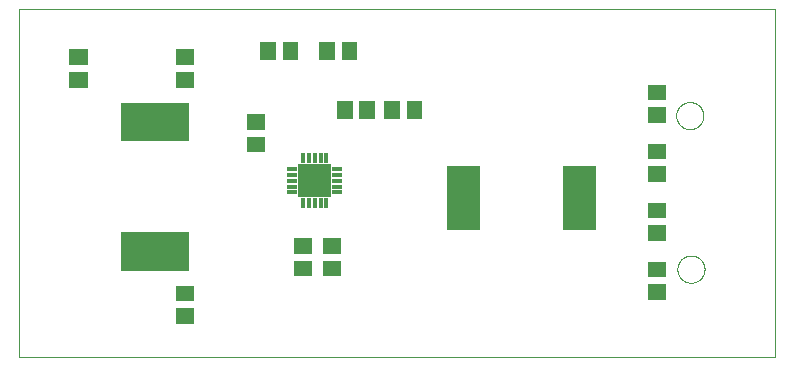
<source format=gbp>
G75*
%MOIN*%
%OFA0B0*%
%FSLAX25Y25*%
%IPPOS*%
%LPD*%
%AMOC8*
5,1,8,0,0,1.08239X$1,22.5*
%
%ADD10C,0.00000*%
%ADD11C,0.00205*%
%ADD12C,0.00252*%
%ADD13C,0.00204*%
%ADD14C,0.00216*%
%ADD15C,0.00220*%
D10*
X0001500Y0059133D02*
X0001500Y0175274D01*
X0253469Y0175274D01*
X0253469Y0059133D01*
X0001500Y0059133D01*
X0220988Y0088503D02*
X0220990Y0088637D01*
X0220996Y0088771D01*
X0221006Y0088905D01*
X0221020Y0089039D01*
X0221038Y0089172D01*
X0221059Y0089304D01*
X0221085Y0089436D01*
X0221115Y0089567D01*
X0221148Y0089697D01*
X0221185Y0089825D01*
X0221227Y0089953D01*
X0221271Y0090080D01*
X0221320Y0090205D01*
X0221372Y0090328D01*
X0221428Y0090450D01*
X0221488Y0090571D01*
X0221551Y0090689D01*
X0221617Y0090806D01*
X0221687Y0090920D01*
X0221760Y0091033D01*
X0221837Y0091143D01*
X0221917Y0091251D01*
X0222000Y0091356D01*
X0222086Y0091459D01*
X0222175Y0091559D01*
X0222267Y0091657D01*
X0222362Y0091752D01*
X0222460Y0091844D01*
X0222560Y0091933D01*
X0222663Y0092019D01*
X0222768Y0092102D01*
X0222876Y0092182D01*
X0222986Y0092259D01*
X0223099Y0092332D01*
X0223213Y0092402D01*
X0223330Y0092468D01*
X0223448Y0092531D01*
X0223569Y0092591D01*
X0223691Y0092647D01*
X0223814Y0092699D01*
X0223939Y0092748D01*
X0224066Y0092792D01*
X0224194Y0092834D01*
X0224322Y0092871D01*
X0224452Y0092904D01*
X0224583Y0092934D01*
X0224715Y0092960D01*
X0224847Y0092981D01*
X0224980Y0092999D01*
X0225114Y0093013D01*
X0225248Y0093023D01*
X0225382Y0093029D01*
X0225516Y0093031D01*
X0225650Y0093029D01*
X0225784Y0093023D01*
X0225918Y0093013D01*
X0226052Y0092999D01*
X0226185Y0092981D01*
X0226317Y0092960D01*
X0226449Y0092934D01*
X0226580Y0092904D01*
X0226710Y0092871D01*
X0226838Y0092834D01*
X0226966Y0092792D01*
X0227093Y0092748D01*
X0227218Y0092699D01*
X0227341Y0092647D01*
X0227463Y0092591D01*
X0227584Y0092531D01*
X0227702Y0092468D01*
X0227819Y0092402D01*
X0227933Y0092332D01*
X0228046Y0092259D01*
X0228156Y0092182D01*
X0228264Y0092102D01*
X0228369Y0092019D01*
X0228472Y0091933D01*
X0228572Y0091844D01*
X0228670Y0091752D01*
X0228765Y0091657D01*
X0228857Y0091559D01*
X0228946Y0091459D01*
X0229032Y0091356D01*
X0229115Y0091251D01*
X0229195Y0091143D01*
X0229272Y0091033D01*
X0229345Y0090920D01*
X0229415Y0090806D01*
X0229481Y0090689D01*
X0229544Y0090571D01*
X0229604Y0090450D01*
X0229660Y0090328D01*
X0229712Y0090205D01*
X0229761Y0090080D01*
X0229805Y0089953D01*
X0229847Y0089825D01*
X0229884Y0089697D01*
X0229917Y0089567D01*
X0229947Y0089436D01*
X0229973Y0089304D01*
X0229994Y0089172D01*
X0230012Y0089039D01*
X0230026Y0088905D01*
X0230036Y0088771D01*
X0230042Y0088637D01*
X0230044Y0088503D01*
X0230042Y0088369D01*
X0230036Y0088235D01*
X0230026Y0088101D01*
X0230012Y0087967D01*
X0229994Y0087834D01*
X0229973Y0087702D01*
X0229947Y0087570D01*
X0229917Y0087439D01*
X0229884Y0087309D01*
X0229847Y0087181D01*
X0229805Y0087053D01*
X0229761Y0086926D01*
X0229712Y0086801D01*
X0229660Y0086678D01*
X0229604Y0086556D01*
X0229544Y0086435D01*
X0229481Y0086317D01*
X0229415Y0086200D01*
X0229345Y0086086D01*
X0229272Y0085973D01*
X0229195Y0085863D01*
X0229115Y0085755D01*
X0229032Y0085650D01*
X0228946Y0085547D01*
X0228857Y0085447D01*
X0228765Y0085349D01*
X0228670Y0085254D01*
X0228572Y0085162D01*
X0228472Y0085073D01*
X0228369Y0084987D01*
X0228264Y0084904D01*
X0228156Y0084824D01*
X0228046Y0084747D01*
X0227933Y0084674D01*
X0227819Y0084604D01*
X0227702Y0084538D01*
X0227584Y0084475D01*
X0227463Y0084415D01*
X0227341Y0084359D01*
X0227218Y0084307D01*
X0227093Y0084258D01*
X0226966Y0084214D01*
X0226838Y0084172D01*
X0226710Y0084135D01*
X0226580Y0084102D01*
X0226449Y0084072D01*
X0226317Y0084046D01*
X0226185Y0084025D01*
X0226052Y0084007D01*
X0225918Y0083993D01*
X0225784Y0083983D01*
X0225650Y0083977D01*
X0225516Y0083975D01*
X0225382Y0083977D01*
X0225248Y0083983D01*
X0225114Y0083993D01*
X0224980Y0084007D01*
X0224847Y0084025D01*
X0224715Y0084046D01*
X0224583Y0084072D01*
X0224452Y0084102D01*
X0224322Y0084135D01*
X0224194Y0084172D01*
X0224066Y0084214D01*
X0223939Y0084258D01*
X0223814Y0084307D01*
X0223691Y0084359D01*
X0223569Y0084415D01*
X0223448Y0084475D01*
X0223330Y0084538D01*
X0223213Y0084604D01*
X0223099Y0084674D01*
X0222986Y0084747D01*
X0222876Y0084824D01*
X0222768Y0084904D01*
X0222663Y0084987D01*
X0222560Y0085073D01*
X0222460Y0085162D01*
X0222362Y0085254D01*
X0222267Y0085349D01*
X0222175Y0085447D01*
X0222086Y0085547D01*
X0222000Y0085650D01*
X0221917Y0085755D01*
X0221837Y0085863D01*
X0221760Y0085973D01*
X0221687Y0086086D01*
X0221617Y0086200D01*
X0221551Y0086317D01*
X0221488Y0086435D01*
X0221428Y0086556D01*
X0221372Y0086678D01*
X0221320Y0086801D01*
X0221271Y0086926D01*
X0221227Y0087053D01*
X0221185Y0087181D01*
X0221148Y0087309D01*
X0221115Y0087439D01*
X0221085Y0087570D01*
X0221059Y0087702D01*
X0221038Y0087834D01*
X0221020Y0087967D01*
X0221006Y0088101D01*
X0220996Y0088235D01*
X0220990Y0088369D01*
X0220988Y0088503D01*
X0220594Y0139684D02*
X0220596Y0139818D01*
X0220602Y0139952D01*
X0220612Y0140086D01*
X0220626Y0140220D01*
X0220644Y0140353D01*
X0220665Y0140485D01*
X0220691Y0140617D01*
X0220721Y0140748D01*
X0220754Y0140878D01*
X0220791Y0141006D01*
X0220833Y0141134D01*
X0220877Y0141261D01*
X0220926Y0141386D01*
X0220978Y0141509D01*
X0221034Y0141631D01*
X0221094Y0141752D01*
X0221157Y0141870D01*
X0221223Y0141987D01*
X0221293Y0142101D01*
X0221366Y0142214D01*
X0221443Y0142324D01*
X0221523Y0142432D01*
X0221606Y0142537D01*
X0221692Y0142640D01*
X0221781Y0142740D01*
X0221873Y0142838D01*
X0221968Y0142933D01*
X0222066Y0143025D01*
X0222166Y0143114D01*
X0222269Y0143200D01*
X0222374Y0143283D01*
X0222482Y0143363D01*
X0222592Y0143440D01*
X0222705Y0143513D01*
X0222819Y0143583D01*
X0222936Y0143649D01*
X0223054Y0143712D01*
X0223175Y0143772D01*
X0223297Y0143828D01*
X0223420Y0143880D01*
X0223545Y0143929D01*
X0223672Y0143973D01*
X0223800Y0144015D01*
X0223928Y0144052D01*
X0224058Y0144085D01*
X0224189Y0144115D01*
X0224321Y0144141D01*
X0224453Y0144162D01*
X0224586Y0144180D01*
X0224720Y0144194D01*
X0224854Y0144204D01*
X0224988Y0144210D01*
X0225122Y0144212D01*
X0225256Y0144210D01*
X0225390Y0144204D01*
X0225524Y0144194D01*
X0225658Y0144180D01*
X0225791Y0144162D01*
X0225923Y0144141D01*
X0226055Y0144115D01*
X0226186Y0144085D01*
X0226316Y0144052D01*
X0226444Y0144015D01*
X0226572Y0143973D01*
X0226699Y0143929D01*
X0226824Y0143880D01*
X0226947Y0143828D01*
X0227069Y0143772D01*
X0227190Y0143712D01*
X0227308Y0143649D01*
X0227425Y0143583D01*
X0227539Y0143513D01*
X0227652Y0143440D01*
X0227762Y0143363D01*
X0227870Y0143283D01*
X0227975Y0143200D01*
X0228078Y0143114D01*
X0228178Y0143025D01*
X0228276Y0142933D01*
X0228371Y0142838D01*
X0228463Y0142740D01*
X0228552Y0142640D01*
X0228638Y0142537D01*
X0228721Y0142432D01*
X0228801Y0142324D01*
X0228878Y0142214D01*
X0228951Y0142101D01*
X0229021Y0141987D01*
X0229087Y0141870D01*
X0229150Y0141752D01*
X0229210Y0141631D01*
X0229266Y0141509D01*
X0229318Y0141386D01*
X0229367Y0141261D01*
X0229411Y0141134D01*
X0229453Y0141006D01*
X0229490Y0140878D01*
X0229523Y0140748D01*
X0229553Y0140617D01*
X0229579Y0140485D01*
X0229600Y0140353D01*
X0229618Y0140220D01*
X0229632Y0140086D01*
X0229642Y0139952D01*
X0229648Y0139818D01*
X0229650Y0139684D01*
X0229648Y0139550D01*
X0229642Y0139416D01*
X0229632Y0139282D01*
X0229618Y0139148D01*
X0229600Y0139015D01*
X0229579Y0138883D01*
X0229553Y0138751D01*
X0229523Y0138620D01*
X0229490Y0138490D01*
X0229453Y0138362D01*
X0229411Y0138234D01*
X0229367Y0138107D01*
X0229318Y0137982D01*
X0229266Y0137859D01*
X0229210Y0137737D01*
X0229150Y0137616D01*
X0229087Y0137498D01*
X0229021Y0137381D01*
X0228951Y0137267D01*
X0228878Y0137154D01*
X0228801Y0137044D01*
X0228721Y0136936D01*
X0228638Y0136831D01*
X0228552Y0136728D01*
X0228463Y0136628D01*
X0228371Y0136530D01*
X0228276Y0136435D01*
X0228178Y0136343D01*
X0228078Y0136254D01*
X0227975Y0136168D01*
X0227870Y0136085D01*
X0227762Y0136005D01*
X0227652Y0135928D01*
X0227539Y0135855D01*
X0227425Y0135785D01*
X0227308Y0135719D01*
X0227190Y0135656D01*
X0227069Y0135596D01*
X0226947Y0135540D01*
X0226824Y0135488D01*
X0226699Y0135439D01*
X0226572Y0135395D01*
X0226444Y0135353D01*
X0226316Y0135316D01*
X0226186Y0135283D01*
X0226055Y0135253D01*
X0225923Y0135227D01*
X0225791Y0135206D01*
X0225658Y0135188D01*
X0225524Y0135174D01*
X0225390Y0135164D01*
X0225256Y0135158D01*
X0225122Y0135156D01*
X0224988Y0135158D01*
X0224854Y0135164D01*
X0224720Y0135174D01*
X0224586Y0135188D01*
X0224453Y0135206D01*
X0224321Y0135227D01*
X0224189Y0135253D01*
X0224058Y0135283D01*
X0223928Y0135316D01*
X0223800Y0135353D01*
X0223672Y0135395D01*
X0223545Y0135439D01*
X0223420Y0135488D01*
X0223297Y0135540D01*
X0223175Y0135596D01*
X0223054Y0135656D01*
X0222936Y0135719D01*
X0222819Y0135785D01*
X0222705Y0135855D01*
X0222592Y0135928D01*
X0222482Y0136005D01*
X0222374Y0136085D01*
X0222269Y0136168D01*
X0222166Y0136254D01*
X0222066Y0136343D01*
X0221968Y0136435D01*
X0221873Y0136530D01*
X0221781Y0136628D01*
X0221692Y0136728D01*
X0221606Y0136831D01*
X0221523Y0136936D01*
X0221443Y0137044D01*
X0221366Y0137154D01*
X0221293Y0137267D01*
X0221223Y0137381D01*
X0221157Y0137498D01*
X0221094Y0137616D01*
X0221034Y0137737D01*
X0220978Y0137859D01*
X0220926Y0137982D01*
X0220877Y0138107D01*
X0220833Y0138234D01*
X0220791Y0138362D01*
X0220754Y0138490D01*
X0220721Y0138620D01*
X0220691Y0138751D01*
X0220665Y0138883D01*
X0220644Y0139015D01*
X0220626Y0139148D01*
X0220612Y0139282D01*
X0220602Y0139416D01*
X0220596Y0139550D01*
X0220594Y0139684D01*
D11*
X0211287Y0137660D02*
X0211287Y0142574D01*
X0216989Y0142574D01*
X0216989Y0137660D01*
X0211287Y0137660D01*
X0211287Y0137864D02*
X0216989Y0137864D01*
X0216989Y0138068D02*
X0211287Y0138068D01*
X0211287Y0138272D02*
X0216989Y0138272D01*
X0216989Y0138476D02*
X0211287Y0138476D01*
X0211287Y0138680D02*
X0216989Y0138680D01*
X0216989Y0138884D02*
X0211287Y0138884D01*
X0211287Y0139088D02*
X0216989Y0139088D01*
X0216989Y0139292D02*
X0211287Y0139292D01*
X0211287Y0139496D02*
X0216989Y0139496D01*
X0216989Y0139700D02*
X0211287Y0139700D01*
X0211287Y0139904D02*
X0216989Y0139904D01*
X0216989Y0140108D02*
X0211287Y0140108D01*
X0211287Y0140312D02*
X0216989Y0140312D01*
X0216989Y0140516D02*
X0211287Y0140516D01*
X0211287Y0140720D02*
X0216989Y0140720D01*
X0216989Y0140924D02*
X0211287Y0140924D01*
X0211287Y0141128D02*
X0216989Y0141128D01*
X0216989Y0141332D02*
X0211287Y0141332D01*
X0211287Y0141536D02*
X0216989Y0141536D01*
X0216989Y0141740D02*
X0211287Y0141740D01*
X0211287Y0141944D02*
X0216989Y0141944D01*
X0216989Y0142148D02*
X0211287Y0142148D01*
X0211287Y0142352D02*
X0216989Y0142352D01*
X0216989Y0142556D02*
X0211287Y0142556D01*
X0211287Y0145140D02*
X0211287Y0150054D01*
X0216989Y0150054D01*
X0216989Y0145140D01*
X0211287Y0145140D01*
X0211287Y0145344D02*
X0216989Y0145344D01*
X0216989Y0145548D02*
X0211287Y0145548D01*
X0211287Y0145752D02*
X0216989Y0145752D01*
X0216989Y0145956D02*
X0211287Y0145956D01*
X0211287Y0146160D02*
X0216989Y0146160D01*
X0216989Y0146364D02*
X0211287Y0146364D01*
X0211287Y0146568D02*
X0216989Y0146568D01*
X0216989Y0146772D02*
X0211287Y0146772D01*
X0211287Y0146976D02*
X0216989Y0146976D01*
X0216989Y0147180D02*
X0211287Y0147180D01*
X0211287Y0147384D02*
X0216989Y0147384D01*
X0216989Y0147588D02*
X0211287Y0147588D01*
X0211287Y0147792D02*
X0216989Y0147792D01*
X0216989Y0147996D02*
X0211287Y0147996D01*
X0211287Y0148200D02*
X0216989Y0148200D01*
X0216989Y0148404D02*
X0211287Y0148404D01*
X0211287Y0148608D02*
X0216989Y0148608D01*
X0216989Y0148812D02*
X0211287Y0148812D01*
X0211287Y0149016D02*
X0216989Y0149016D01*
X0216989Y0149220D02*
X0211287Y0149220D01*
X0211287Y0149424D02*
X0216989Y0149424D01*
X0216989Y0149628D02*
X0211287Y0149628D01*
X0211287Y0149832D02*
X0216989Y0149832D01*
X0216989Y0150036D02*
X0211287Y0150036D01*
X0211287Y0130369D02*
X0211287Y0125455D01*
X0211287Y0130369D02*
X0216989Y0130369D01*
X0216989Y0125455D01*
X0211287Y0125455D01*
X0211287Y0125659D02*
X0216989Y0125659D01*
X0216989Y0125863D02*
X0211287Y0125863D01*
X0211287Y0126067D02*
X0216989Y0126067D01*
X0216989Y0126271D02*
X0211287Y0126271D01*
X0211287Y0126475D02*
X0216989Y0126475D01*
X0216989Y0126679D02*
X0211287Y0126679D01*
X0211287Y0126883D02*
X0216989Y0126883D01*
X0216989Y0127087D02*
X0211287Y0127087D01*
X0211287Y0127291D02*
X0216989Y0127291D01*
X0216989Y0127495D02*
X0211287Y0127495D01*
X0211287Y0127699D02*
X0216989Y0127699D01*
X0216989Y0127903D02*
X0211287Y0127903D01*
X0211287Y0128107D02*
X0216989Y0128107D01*
X0216989Y0128311D02*
X0211287Y0128311D01*
X0211287Y0128515D02*
X0216989Y0128515D01*
X0216989Y0128719D02*
X0211287Y0128719D01*
X0211287Y0128923D02*
X0216989Y0128923D01*
X0216989Y0129127D02*
X0211287Y0129127D01*
X0211287Y0129331D02*
X0216989Y0129331D01*
X0216989Y0129535D02*
X0211287Y0129535D01*
X0211287Y0129739D02*
X0216989Y0129739D01*
X0216989Y0129943D02*
X0211287Y0129943D01*
X0211287Y0130147D02*
X0216989Y0130147D01*
X0216989Y0130351D02*
X0211287Y0130351D01*
X0211287Y0122889D02*
X0211287Y0117975D01*
X0211287Y0122889D02*
X0216989Y0122889D01*
X0216989Y0117975D01*
X0211287Y0117975D01*
X0211287Y0118179D02*
X0216989Y0118179D01*
X0216989Y0118383D02*
X0211287Y0118383D01*
X0211287Y0118587D02*
X0216989Y0118587D01*
X0216989Y0118791D02*
X0211287Y0118791D01*
X0211287Y0118995D02*
X0216989Y0118995D01*
X0216989Y0119199D02*
X0211287Y0119199D01*
X0211287Y0119403D02*
X0216989Y0119403D01*
X0216989Y0119607D02*
X0211287Y0119607D01*
X0211287Y0119811D02*
X0216989Y0119811D01*
X0216989Y0120015D02*
X0211287Y0120015D01*
X0211287Y0120219D02*
X0216989Y0120219D01*
X0216989Y0120423D02*
X0211287Y0120423D01*
X0211287Y0120627D02*
X0216989Y0120627D01*
X0216989Y0120831D02*
X0211287Y0120831D01*
X0211287Y0121035D02*
X0216989Y0121035D01*
X0216989Y0121239D02*
X0211287Y0121239D01*
X0211287Y0121443D02*
X0216989Y0121443D01*
X0216989Y0121647D02*
X0211287Y0121647D01*
X0211287Y0121851D02*
X0216989Y0121851D01*
X0216989Y0122055D02*
X0211287Y0122055D01*
X0211287Y0122259D02*
X0216989Y0122259D01*
X0216989Y0122463D02*
X0211287Y0122463D01*
X0211287Y0122667D02*
X0216989Y0122667D01*
X0216989Y0122871D02*
X0211287Y0122871D01*
X0216989Y0110684D02*
X0216989Y0105770D01*
X0211287Y0105770D01*
X0211287Y0110684D01*
X0216989Y0110684D01*
X0216989Y0105974D02*
X0211287Y0105974D01*
X0211287Y0106178D02*
X0216989Y0106178D01*
X0216989Y0106382D02*
X0211287Y0106382D01*
X0211287Y0106586D02*
X0216989Y0106586D01*
X0216989Y0106790D02*
X0211287Y0106790D01*
X0211287Y0106994D02*
X0216989Y0106994D01*
X0216989Y0107198D02*
X0211287Y0107198D01*
X0211287Y0107402D02*
X0216989Y0107402D01*
X0216989Y0107606D02*
X0211287Y0107606D01*
X0211287Y0107810D02*
X0216989Y0107810D01*
X0216989Y0108014D02*
X0211287Y0108014D01*
X0211287Y0108218D02*
X0216989Y0108218D01*
X0216989Y0108422D02*
X0211287Y0108422D01*
X0211287Y0108626D02*
X0216989Y0108626D01*
X0216989Y0108830D02*
X0211287Y0108830D01*
X0211287Y0109034D02*
X0216989Y0109034D01*
X0216989Y0109238D02*
X0211287Y0109238D01*
X0211287Y0109442D02*
X0216989Y0109442D01*
X0216989Y0109646D02*
X0211287Y0109646D01*
X0211287Y0109850D02*
X0216989Y0109850D01*
X0216989Y0110054D02*
X0211287Y0110054D01*
X0211287Y0110258D02*
X0216989Y0110258D01*
X0216989Y0110462D02*
X0211287Y0110462D01*
X0211287Y0110666D02*
X0216989Y0110666D01*
X0216989Y0103204D02*
X0216989Y0098290D01*
X0211287Y0098290D01*
X0211287Y0103204D01*
X0216989Y0103204D01*
X0216989Y0098494D02*
X0211287Y0098494D01*
X0211287Y0098698D02*
X0216989Y0098698D01*
X0216989Y0098902D02*
X0211287Y0098902D01*
X0211287Y0099106D02*
X0216989Y0099106D01*
X0216989Y0099310D02*
X0211287Y0099310D01*
X0211287Y0099514D02*
X0216989Y0099514D01*
X0216989Y0099718D02*
X0211287Y0099718D01*
X0211287Y0099922D02*
X0216989Y0099922D01*
X0216989Y0100126D02*
X0211287Y0100126D01*
X0211287Y0100330D02*
X0216989Y0100330D01*
X0216989Y0100534D02*
X0211287Y0100534D01*
X0211287Y0100738D02*
X0216989Y0100738D01*
X0216989Y0100942D02*
X0211287Y0100942D01*
X0211287Y0101146D02*
X0216989Y0101146D01*
X0216989Y0101350D02*
X0211287Y0101350D01*
X0211287Y0101554D02*
X0216989Y0101554D01*
X0216989Y0101758D02*
X0211287Y0101758D01*
X0211287Y0101962D02*
X0216989Y0101962D01*
X0216989Y0102166D02*
X0211287Y0102166D01*
X0211287Y0102370D02*
X0216989Y0102370D01*
X0216989Y0102574D02*
X0211287Y0102574D01*
X0211287Y0102778D02*
X0216989Y0102778D01*
X0216989Y0102982D02*
X0211287Y0102982D01*
X0211287Y0103186D02*
X0216989Y0103186D01*
X0216989Y0090999D02*
X0216989Y0086085D01*
X0211287Y0086085D01*
X0211287Y0090999D01*
X0216989Y0090999D01*
X0216989Y0086289D02*
X0211287Y0086289D01*
X0211287Y0086493D02*
X0216989Y0086493D01*
X0216989Y0086697D02*
X0211287Y0086697D01*
X0211287Y0086901D02*
X0216989Y0086901D01*
X0216989Y0087105D02*
X0211287Y0087105D01*
X0211287Y0087309D02*
X0216989Y0087309D01*
X0216989Y0087513D02*
X0211287Y0087513D01*
X0211287Y0087717D02*
X0216989Y0087717D01*
X0216989Y0087921D02*
X0211287Y0087921D01*
X0211287Y0088125D02*
X0216989Y0088125D01*
X0216989Y0088329D02*
X0211287Y0088329D01*
X0211287Y0088533D02*
X0216989Y0088533D01*
X0216989Y0088737D02*
X0211287Y0088737D01*
X0211287Y0088941D02*
X0216989Y0088941D01*
X0216989Y0089145D02*
X0211287Y0089145D01*
X0211287Y0089349D02*
X0216989Y0089349D01*
X0216989Y0089553D02*
X0211287Y0089553D01*
X0211287Y0089757D02*
X0216989Y0089757D01*
X0216989Y0089961D02*
X0211287Y0089961D01*
X0211287Y0090165D02*
X0216989Y0090165D01*
X0216989Y0090369D02*
X0211287Y0090369D01*
X0211287Y0090573D02*
X0216989Y0090573D01*
X0216989Y0090777D02*
X0211287Y0090777D01*
X0211287Y0090981D02*
X0216989Y0090981D01*
X0216989Y0083519D02*
X0216989Y0078605D01*
X0211287Y0078605D01*
X0211287Y0083519D01*
X0216989Y0083519D01*
X0216989Y0078809D02*
X0211287Y0078809D01*
X0211287Y0079013D02*
X0216989Y0079013D01*
X0216989Y0079217D02*
X0211287Y0079217D01*
X0211287Y0079421D02*
X0216989Y0079421D01*
X0216989Y0079625D02*
X0211287Y0079625D01*
X0211287Y0079829D02*
X0216989Y0079829D01*
X0216989Y0080033D02*
X0211287Y0080033D01*
X0211287Y0080237D02*
X0216989Y0080237D01*
X0216989Y0080441D02*
X0211287Y0080441D01*
X0211287Y0080645D02*
X0216989Y0080645D01*
X0216989Y0080849D02*
X0211287Y0080849D01*
X0211287Y0081053D02*
X0216989Y0081053D01*
X0216989Y0081257D02*
X0211287Y0081257D01*
X0211287Y0081461D02*
X0216989Y0081461D01*
X0216989Y0081665D02*
X0211287Y0081665D01*
X0211287Y0081869D02*
X0216989Y0081869D01*
X0216989Y0082073D02*
X0211287Y0082073D01*
X0211287Y0082277D02*
X0216989Y0082277D01*
X0216989Y0082481D02*
X0211287Y0082481D01*
X0211287Y0082685D02*
X0216989Y0082685D01*
X0216989Y0082889D02*
X0211287Y0082889D01*
X0211287Y0083093D02*
X0216989Y0083093D01*
X0216989Y0083297D02*
X0211287Y0083297D01*
X0211287Y0083501D02*
X0216989Y0083501D01*
X0135650Y0138959D02*
X0130736Y0138959D01*
X0130736Y0144661D01*
X0135650Y0144661D01*
X0135650Y0138959D01*
X0135650Y0139163D02*
X0130736Y0139163D01*
X0130736Y0139367D02*
X0135650Y0139367D01*
X0135650Y0139571D02*
X0130736Y0139571D01*
X0130736Y0139775D02*
X0135650Y0139775D01*
X0135650Y0139979D02*
X0130736Y0139979D01*
X0130736Y0140183D02*
X0135650Y0140183D01*
X0135650Y0140387D02*
X0130736Y0140387D01*
X0130736Y0140591D02*
X0135650Y0140591D01*
X0135650Y0140795D02*
X0130736Y0140795D01*
X0130736Y0140999D02*
X0135650Y0140999D01*
X0135650Y0141203D02*
X0130736Y0141203D01*
X0130736Y0141407D02*
X0135650Y0141407D01*
X0135650Y0141611D02*
X0130736Y0141611D01*
X0130736Y0141815D02*
X0135650Y0141815D01*
X0135650Y0142019D02*
X0130736Y0142019D01*
X0130736Y0142223D02*
X0135650Y0142223D01*
X0135650Y0142427D02*
X0130736Y0142427D01*
X0130736Y0142631D02*
X0135650Y0142631D01*
X0135650Y0142835D02*
X0130736Y0142835D01*
X0130736Y0143039D02*
X0135650Y0143039D01*
X0135650Y0143243D02*
X0130736Y0143243D01*
X0130736Y0143447D02*
X0135650Y0143447D01*
X0135650Y0143651D02*
X0130736Y0143651D01*
X0130736Y0143855D02*
X0135650Y0143855D01*
X0135650Y0144059D02*
X0130736Y0144059D01*
X0130736Y0144263D02*
X0135650Y0144263D01*
X0135650Y0144467D02*
X0130736Y0144467D01*
X0128170Y0138959D02*
X0123256Y0138959D01*
X0123256Y0144661D01*
X0128170Y0144661D01*
X0128170Y0138959D01*
X0128170Y0139163D02*
X0123256Y0139163D01*
X0123256Y0139367D02*
X0128170Y0139367D01*
X0128170Y0139571D02*
X0123256Y0139571D01*
X0123256Y0139775D02*
X0128170Y0139775D01*
X0128170Y0139979D02*
X0123256Y0139979D01*
X0123256Y0140183D02*
X0128170Y0140183D01*
X0128170Y0140387D02*
X0123256Y0140387D01*
X0123256Y0140591D02*
X0128170Y0140591D01*
X0128170Y0140795D02*
X0123256Y0140795D01*
X0123256Y0140999D02*
X0128170Y0140999D01*
X0128170Y0141203D02*
X0123256Y0141203D01*
X0123256Y0141407D02*
X0128170Y0141407D01*
X0128170Y0141611D02*
X0123256Y0141611D01*
X0123256Y0141815D02*
X0128170Y0141815D01*
X0128170Y0142019D02*
X0123256Y0142019D01*
X0123256Y0142223D02*
X0128170Y0142223D01*
X0128170Y0142427D02*
X0123256Y0142427D01*
X0123256Y0142631D02*
X0128170Y0142631D01*
X0128170Y0142835D02*
X0123256Y0142835D01*
X0123256Y0143039D02*
X0128170Y0143039D01*
X0128170Y0143243D02*
X0123256Y0143243D01*
X0123256Y0143447D02*
X0128170Y0143447D01*
X0128170Y0143651D02*
X0123256Y0143651D01*
X0123256Y0143855D02*
X0128170Y0143855D01*
X0128170Y0144059D02*
X0123256Y0144059D01*
X0123256Y0144263D02*
X0128170Y0144263D01*
X0128170Y0144467D02*
X0123256Y0144467D01*
X0119902Y0138959D02*
X0114988Y0138959D01*
X0114988Y0144661D01*
X0119902Y0144661D01*
X0119902Y0138959D01*
X0119902Y0139163D02*
X0114988Y0139163D01*
X0114988Y0139367D02*
X0119902Y0139367D01*
X0119902Y0139571D02*
X0114988Y0139571D01*
X0114988Y0139775D02*
X0119902Y0139775D01*
X0119902Y0139979D02*
X0114988Y0139979D01*
X0114988Y0140183D02*
X0119902Y0140183D01*
X0119902Y0140387D02*
X0114988Y0140387D01*
X0114988Y0140591D02*
X0119902Y0140591D01*
X0119902Y0140795D02*
X0114988Y0140795D01*
X0114988Y0140999D02*
X0119902Y0140999D01*
X0119902Y0141203D02*
X0114988Y0141203D01*
X0114988Y0141407D02*
X0119902Y0141407D01*
X0119902Y0141611D02*
X0114988Y0141611D01*
X0114988Y0141815D02*
X0119902Y0141815D01*
X0119902Y0142019D02*
X0114988Y0142019D01*
X0114988Y0142223D02*
X0119902Y0142223D01*
X0119902Y0142427D02*
X0114988Y0142427D01*
X0114988Y0142631D02*
X0119902Y0142631D01*
X0119902Y0142835D02*
X0114988Y0142835D01*
X0114988Y0143039D02*
X0119902Y0143039D01*
X0119902Y0143243D02*
X0114988Y0143243D01*
X0114988Y0143447D02*
X0119902Y0143447D01*
X0119902Y0143651D02*
X0114988Y0143651D01*
X0114988Y0143855D02*
X0119902Y0143855D01*
X0119902Y0144059D02*
X0114988Y0144059D01*
X0114988Y0144263D02*
X0119902Y0144263D01*
X0119902Y0144467D02*
X0114988Y0144467D01*
X0112422Y0138959D02*
X0107508Y0138959D01*
X0107508Y0144661D01*
X0112422Y0144661D01*
X0112422Y0138959D01*
X0112422Y0139163D02*
X0107508Y0139163D01*
X0107508Y0139367D02*
X0112422Y0139367D01*
X0112422Y0139571D02*
X0107508Y0139571D01*
X0107508Y0139775D02*
X0112422Y0139775D01*
X0112422Y0139979D02*
X0107508Y0139979D01*
X0107508Y0140183D02*
X0112422Y0140183D01*
X0112422Y0140387D02*
X0107508Y0140387D01*
X0107508Y0140591D02*
X0112422Y0140591D01*
X0112422Y0140795D02*
X0107508Y0140795D01*
X0107508Y0140999D02*
X0112422Y0140999D01*
X0112422Y0141203D02*
X0107508Y0141203D01*
X0107508Y0141407D02*
X0112422Y0141407D01*
X0112422Y0141611D02*
X0107508Y0141611D01*
X0107508Y0141815D02*
X0112422Y0141815D01*
X0112422Y0142019D02*
X0107508Y0142019D01*
X0107508Y0142223D02*
X0112422Y0142223D01*
X0112422Y0142427D02*
X0107508Y0142427D01*
X0107508Y0142631D02*
X0112422Y0142631D01*
X0112422Y0142835D02*
X0107508Y0142835D01*
X0107508Y0143039D02*
X0112422Y0143039D01*
X0112422Y0143243D02*
X0107508Y0143243D01*
X0107508Y0143447D02*
X0112422Y0143447D01*
X0112422Y0143651D02*
X0107508Y0143651D01*
X0107508Y0143855D02*
X0112422Y0143855D01*
X0112422Y0144059D02*
X0107508Y0144059D01*
X0107508Y0144263D02*
X0112422Y0144263D01*
X0112422Y0144467D02*
X0107508Y0144467D01*
X0106516Y0158644D02*
X0101602Y0158644D01*
X0101602Y0164346D01*
X0106516Y0164346D01*
X0106516Y0158644D01*
X0106516Y0158848D02*
X0101602Y0158848D01*
X0101602Y0159052D02*
X0106516Y0159052D01*
X0106516Y0159256D02*
X0101602Y0159256D01*
X0101602Y0159460D02*
X0106516Y0159460D01*
X0106516Y0159664D02*
X0101602Y0159664D01*
X0101602Y0159868D02*
X0106516Y0159868D01*
X0106516Y0160072D02*
X0101602Y0160072D01*
X0101602Y0160276D02*
X0106516Y0160276D01*
X0106516Y0160480D02*
X0101602Y0160480D01*
X0101602Y0160684D02*
X0106516Y0160684D01*
X0106516Y0160888D02*
X0101602Y0160888D01*
X0101602Y0161092D02*
X0106516Y0161092D01*
X0106516Y0161296D02*
X0101602Y0161296D01*
X0101602Y0161500D02*
X0106516Y0161500D01*
X0106516Y0161704D02*
X0101602Y0161704D01*
X0101602Y0161908D02*
X0106516Y0161908D01*
X0106516Y0162112D02*
X0101602Y0162112D01*
X0101602Y0162316D02*
X0106516Y0162316D01*
X0106516Y0162520D02*
X0101602Y0162520D01*
X0101602Y0162724D02*
X0106516Y0162724D01*
X0106516Y0162928D02*
X0101602Y0162928D01*
X0101602Y0163132D02*
X0106516Y0163132D01*
X0106516Y0163336D02*
X0101602Y0163336D01*
X0101602Y0163540D02*
X0106516Y0163540D01*
X0106516Y0163744D02*
X0101602Y0163744D01*
X0101602Y0163948D02*
X0106516Y0163948D01*
X0106516Y0164152D02*
X0101602Y0164152D01*
X0094311Y0158644D02*
X0089397Y0158644D01*
X0089397Y0164346D01*
X0094311Y0164346D01*
X0094311Y0158644D01*
X0094311Y0158848D02*
X0089397Y0158848D01*
X0089397Y0159052D02*
X0094311Y0159052D01*
X0094311Y0159256D02*
X0089397Y0159256D01*
X0089397Y0159460D02*
X0094311Y0159460D01*
X0094311Y0159664D02*
X0089397Y0159664D01*
X0089397Y0159868D02*
X0094311Y0159868D01*
X0094311Y0160072D02*
X0089397Y0160072D01*
X0089397Y0160276D02*
X0094311Y0160276D01*
X0094311Y0160480D02*
X0089397Y0160480D01*
X0089397Y0160684D02*
X0094311Y0160684D01*
X0094311Y0160888D02*
X0089397Y0160888D01*
X0089397Y0161092D02*
X0094311Y0161092D01*
X0094311Y0161296D02*
X0089397Y0161296D01*
X0089397Y0161500D02*
X0094311Y0161500D01*
X0094311Y0161704D02*
X0089397Y0161704D01*
X0089397Y0161908D02*
X0094311Y0161908D01*
X0094311Y0162112D02*
X0089397Y0162112D01*
X0089397Y0162316D02*
X0094311Y0162316D01*
X0094311Y0162520D02*
X0089397Y0162520D01*
X0089397Y0162724D02*
X0094311Y0162724D01*
X0094311Y0162928D02*
X0089397Y0162928D01*
X0089397Y0163132D02*
X0094311Y0163132D01*
X0094311Y0163336D02*
X0089397Y0163336D01*
X0089397Y0163540D02*
X0094311Y0163540D01*
X0094311Y0163744D02*
X0089397Y0163744D01*
X0089397Y0163948D02*
X0094311Y0163948D01*
X0094311Y0164152D02*
X0089397Y0164152D01*
X0086831Y0158644D02*
X0081917Y0158644D01*
X0081917Y0164346D01*
X0086831Y0164346D01*
X0086831Y0158644D01*
X0086831Y0158848D02*
X0081917Y0158848D01*
X0081917Y0159052D02*
X0086831Y0159052D01*
X0086831Y0159256D02*
X0081917Y0159256D01*
X0081917Y0159460D02*
X0086831Y0159460D01*
X0086831Y0159664D02*
X0081917Y0159664D01*
X0081917Y0159868D02*
X0086831Y0159868D01*
X0086831Y0160072D02*
X0081917Y0160072D01*
X0081917Y0160276D02*
X0086831Y0160276D01*
X0086831Y0160480D02*
X0081917Y0160480D01*
X0081917Y0160684D02*
X0086831Y0160684D01*
X0086831Y0160888D02*
X0081917Y0160888D01*
X0081917Y0161092D02*
X0086831Y0161092D01*
X0086831Y0161296D02*
X0081917Y0161296D01*
X0081917Y0161500D02*
X0086831Y0161500D01*
X0086831Y0161704D02*
X0081917Y0161704D01*
X0081917Y0161908D02*
X0086831Y0161908D01*
X0086831Y0162112D02*
X0081917Y0162112D01*
X0081917Y0162316D02*
X0086831Y0162316D01*
X0086831Y0162520D02*
X0081917Y0162520D01*
X0081917Y0162724D02*
X0086831Y0162724D01*
X0086831Y0162928D02*
X0081917Y0162928D01*
X0081917Y0163132D02*
X0086831Y0163132D01*
X0086831Y0163336D02*
X0081917Y0163336D01*
X0081917Y0163540D02*
X0086831Y0163540D01*
X0086831Y0163744D02*
X0081917Y0163744D01*
X0081917Y0163948D02*
X0086831Y0163948D01*
X0086831Y0164152D02*
X0081917Y0164152D01*
X0059469Y0161787D02*
X0059469Y0156873D01*
X0053767Y0156873D01*
X0053767Y0161787D01*
X0059469Y0161787D01*
X0059469Y0157077D02*
X0053767Y0157077D01*
X0053767Y0157281D02*
X0059469Y0157281D01*
X0059469Y0157485D02*
X0053767Y0157485D01*
X0053767Y0157689D02*
X0059469Y0157689D01*
X0059469Y0157893D02*
X0053767Y0157893D01*
X0053767Y0158097D02*
X0059469Y0158097D01*
X0059469Y0158301D02*
X0053767Y0158301D01*
X0053767Y0158505D02*
X0059469Y0158505D01*
X0059469Y0158709D02*
X0053767Y0158709D01*
X0053767Y0158913D02*
X0059469Y0158913D01*
X0059469Y0159117D02*
X0053767Y0159117D01*
X0053767Y0159321D02*
X0059469Y0159321D01*
X0059469Y0159525D02*
X0053767Y0159525D01*
X0053767Y0159729D02*
X0059469Y0159729D01*
X0059469Y0159933D02*
X0053767Y0159933D01*
X0053767Y0160137D02*
X0059469Y0160137D01*
X0059469Y0160341D02*
X0053767Y0160341D01*
X0053767Y0160545D02*
X0059469Y0160545D01*
X0059469Y0160749D02*
X0053767Y0160749D01*
X0053767Y0160953D02*
X0059469Y0160953D01*
X0059469Y0161157D02*
X0053767Y0161157D01*
X0053767Y0161361D02*
X0059469Y0161361D01*
X0059469Y0161565D02*
X0053767Y0161565D01*
X0053767Y0161769D02*
X0059469Y0161769D01*
X0059469Y0154306D02*
X0059469Y0149392D01*
X0053767Y0149392D01*
X0053767Y0154306D01*
X0059469Y0154306D01*
X0059469Y0149596D02*
X0053767Y0149596D01*
X0053767Y0149800D02*
X0059469Y0149800D01*
X0059469Y0150004D02*
X0053767Y0150004D01*
X0053767Y0150208D02*
X0059469Y0150208D01*
X0059469Y0150412D02*
X0053767Y0150412D01*
X0053767Y0150616D02*
X0059469Y0150616D01*
X0059469Y0150820D02*
X0053767Y0150820D01*
X0053767Y0151024D02*
X0059469Y0151024D01*
X0059469Y0151228D02*
X0053767Y0151228D01*
X0053767Y0151432D02*
X0059469Y0151432D01*
X0059469Y0151636D02*
X0053767Y0151636D01*
X0053767Y0151840D02*
X0059469Y0151840D01*
X0059469Y0152044D02*
X0053767Y0152044D01*
X0053767Y0152248D02*
X0059469Y0152248D01*
X0059469Y0152452D02*
X0053767Y0152452D01*
X0053767Y0152656D02*
X0059469Y0152656D01*
X0059469Y0152860D02*
X0053767Y0152860D01*
X0053767Y0153064D02*
X0059469Y0153064D01*
X0059469Y0153268D02*
X0053767Y0153268D01*
X0053767Y0153472D02*
X0059469Y0153472D01*
X0059469Y0153676D02*
X0053767Y0153676D01*
X0053767Y0153880D02*
X0059469Y0153880D01*
X0059469Y0154084D02*
X0053767Y0154084D01*
X0053767Y0154288D02*
X0059469Y0154288D01*
X0083091Y0140133D02*
X0083091Y0135219D01*
X0077389Y0135219D01*
X0077389Y0140133D01*
X0083091Y0140133D01*
X0083091Y0135423D02*
X0077389Y0135423D01*
X0077389Y0135627D02*
X0083091Y0135627D01*
X0083091Y0135831D02*
X0077389Y0135831D01*
X0077389Y0136035D02*
X0083091Y0136035D01*
X0083091Y0136239D02*
X0077389Y0136239D01*
X0077389Y0136443D02*
X0083091Y0136443D01*
X0083091Y0136647D02*
X0077389Y0136647D01*
X0077389Y0136851D02*
X0083091Y0136851D01*
X0083091Y0137055D02*
X0077389Y0137055D01*
X0077389Y0137259D02*
X0083091Y0137259D01*
X0083091Y0137463D02*
X0077389Y0137463D01*
X0077389Y0137667D02*
X0083091Y0137667D01*
X0083091Y0137871D02*
X0077389Y0137871D01*
X0077389Y0138075D02*
X0083091Y0138075D01*
X0083091Y0138279D02*
X0077389Y0138279D01*
X0077389Y0138483D02*
X0083091Y0138483D01*
X0083091Y0138687D02*
X0077389Y0138687D01*
X0077389Y0138891D02*
X0083091Y0138891D01*
X0083091Y0139095D02*
X0077389Y0139095D01*
X0077389Y0139299D02*
X0083091Y0139299D01*
X0083091Y0139503D02*
X0077389Y0139503D01*
X0077389Y0139707D02*
X0083091Y0139707D01*
X0083091Y0139911D02*
X0077389Y0139911D01*
X0077389Y0140115D02*
X0083091Y0140115D01*
X0083091Y0132653D02*
X0083091Y0127739D01*
X0077389Y0127739D01*
X0077389Y0132653D01*
X0083091Y0132653D01*
X0083091Y0127943D02*
X0077389Y0127943D01*
X0077389Y0128147D02*
X0083091Y0128147D01*
X0083091Y0128351D02*
X0077389Y0128351D01*
X0077389Y0128555D02*
X0083091Y0128555D01*
X0083091Y0128759D02*
X0077389Y0128759D01*
X0077389Y0128963D02*
X0083091Y0128963D01*
X0083091Y0129167D02*
X0077389Y0129167D01*
X0077389Y0129371D02*
X0083091Y0129371D01*
X0083091Y0129575D02*
X0077389Y0129575D01*
X0077389Y0129779D02*
X0083091Y0129779D01*
X0083091Y0129983D02*
X0077389Y0129983D01*
X0077389Y0130187D02*
X0083091Y0130187D01*
X0083091Y0130391D02*
X0077389Y0130391D01*
X0077389Y0130595D02*
X0083091Y0130595D01*
X0083091Y0130799D02*
X0077389Y0130799D01*
X0077389Y0131003D02*
X0083091Y0131003D01*
X0083091Y0131207D02*
X0077389Y0131207D01*
X0077389Y0131411D02*
X0083091Y0131411D01*
X0083091Y0131615D02*
X0077389Y0131615D01*
X0077389Y0131819D02*
X0083091Y0131819D01*
X0083091Y0132023D02*
X0077389Y0132023D01*
X0077389Y0132227D02*
X0083091Y0132227D01*
X0083091Y0132431D02*
X0077389Y0132431D01*
X0077389Y0132635D02*
X0083091Y0132635D01*
X0109082Y0158644D02*
X0113996Y0158644D01*
X0109082Y0158644D02*
X0109082Y0164346D01*
X0113996Y0164346D01*
X0113996Y0158644D01*
X0113996Y0158848D02*
X0109082Y0158848D01*
X0109082Y0159052D02*
X0113996Y0159052D01*
X0113996Y0159256D02*
X0109082Y0159256D01*
X0109082Y0159460D02*
X0113996Y0159460D01*
X0113996Y0159664D02*
X0109082Y0159664D01*
X0109082Y0159868D02*
X0113996Y0159868D01*
X0113996Y0160072D02*
X0109082Y0160072D01*
X0109082Y0160276D02*
X0113996Y0160276D01*
X0113996Y0160480D02*
X0109082Y0160480D01*
X0109082Y0160684D02*
X0113996Y0160684D01*
X0113996Y0160888D02*
X0109082Y0160888D01*
X0109082Y0161092D02*
X0113996Y0161092D01*
X0113996Y0161296D02*
X0109082Y0161296D01*
X0109082Y0161500D02*
X0113996Y0161500D01*
X0113996Y0161704D02*
X0109082Y0161704D01*
X0109082Y0161908D02*
X0113996Y0161908D01*
X0113996Y0162112D02*
X0109082Y0162112D01*
X0109082Y0162316D02*
X0113996Y0162316D01*
X0113996Y0162520D02*
X0109082Y0162520D01*
X0109082Y0162724D02*
X0113996Y0162724D01*
X0113996Y0162928D02*
X0109082Y0162928D01*
X0109082Y0163132D02*
X0113996Y0163132D01*
X0113996Y0163336D02*
X0109082Y0163336D01*
X0109082Y0163540D02*
X0113996Y0163540D01*
X0113996Y0163744D02*
X0109082Y0163744D01*
X0109082Y0163948D02*
X0113996Y0163948D01*
X0113996Y0164152D02*
X0109082Y0164152D01*
X0102980Y0098794D02*
X0102980Y0093880D01*
X0102980Y0098794D02*
X0108682Y0098794D01*
X0108682Y0093880D01*
X0102980Y0093880D01*
X0102980Y0094084D02*
X0108682Y0094084D01*
X0108682Y0094288D02*
X0102980Y0094288D01*
X0102980Y0094492D02*
X0108682Y0094492D01*
X0108682Y0094696D02*
X0102980Y0094696D01*
X0102980Y0094900D02*
X0108682Y0094900D01*
X0108682Y0095104D02*
X0102980Y0095104D01*
X0102980Y0095308D02*
X0108682Y0095308D01*
X0108682Y0095512D02*
X0102980Y0095512D01*
X0102980Y0095716D02*
X0108682Y0095716D01*
X0108682Y0095920D02*
X0102980Y0095920D01*
X0102980Y0096124D02*
X0108682Y0096124D01*
X0108682Y0096328D02*
X0102980Y0096328D01*
X0102980Y0096532D02*
X0108682Y0096532D01*
X0108682Y0096736D02*
X0102980Y0096736D01*
X0102980Y0096940D02*
X0108682Y0096940D01*
X0108682Y0097144D02*
X0102980Y0097144D01*
X0102980Y0097348D02*
X0108682Y0097348D01*
X0108682Y0097552D02*
X0102980Y0097552D01*
X0102980Y0097756D02*
X0108682Y0097756D01*
X0108682Y0097960D02*
X0102980Y0097960D01*
X0102980Y0098164D02*
X0108682Y0098164D01*
X0108682Y0098368D02*
X0102980Y0098368D01*
X0102980Y0098572D02*
X0108682Y0098572D01*
X0108682Y0098776D02*
X0102980Y0098776D01*
X0093137Y0098794D02*
X0093137Y0093880D01*
X0093137Y0098794D02*
X0098839Y0098794D01*
X0098839Y0093880D01*
X0093137Y0093880D01*
X0093137Y0094084D02*
X0098839Y0094084D01*
X0098839Y0094288D02*
X0093137Y0094288D01*
X0093137Y0094492D02*
X0098839Y0094492D01*
X0098839Y0094696D02*
X0093137Y0094696D01*
X0093137Y0094900D02*
X0098839Y0094900D01*
X0098839Y0095104D02*
X0093137Y0095104D01*
X0093137Y0095308D02*
X0098839Y0095308D01*
X0098839Y0095512D02*
X0093137Y0095512D01*
X0093137Y0095716D02*
X0098839Y0095716D01*
X0098839Y0095920D02*
X0093137Y0095920D01*
X0093137Y0096124D02*
X0098839Y0096124D01*
X0098839Y0096328D02*
X0093137Y0096328D01*
X0093137Y0096532D02*
X0098839Y0096532D01*
X0098839Y0096736D02*
X0093137Y0096736D01*
X0093137Y0096940D02*
X0098839Y0096940D01*
X0098839Y0097144D02*
X0093137Y0097144D01*
X0093137Y0097348D02*
X0098839Y0097348D01*
X0098839Y0097552D02*
X0093137Y0097552D01*
X0093137Y0097756D02*
X0098839Y0097756D01*
X0098839Y0097960D02*
X0093137Y0097960D01*
X0093137Y0098164D02*
X0098839Y0098164D01*
X0098839Y0098368D02*
X0093137Y0098368D01*
X0093137Y0098572D02*
X0098839Y0098572D01*
X0098839Y0098776D02*
X0093137Y0098776D01*
X0093137Y0091314D02*
X0093137Y0086400D01*
X0093137Y0091314D02*
X0098839Y0091314D01*
X0098839Y0086400D01*
X0093137Y0086400D01*
X0093137Y0086604D02*
X0098839Y0086604D01*
X0098839Y0086808D02*
X0093137Y0086808D01*
X0093137Y0087012D02*
X0098839Y0087012D01*
X0098839Y0087216D02*
X0093137Y0087216D01*
X0093137Y0087420D02*
X0098839Y0087420D01*
X0098839Y0087624D02*
X0093137Y0087624D01*
X0093137Y0087828D02*
X0098839Y0087828D01*
X0098839Y0088032D02*
X0093137Y0088032D01*
X0093137Y0088236D02*
X0098839Y0088236D01*
X0098839Y0088440D02*
X0093137Y0088440D01*
X0093137Y0088644D02*
X0098839Y0088644D01*
X0098839Y0088848D02*
X0093137Y0088848D01*
X0093137Y0089052D02*
X0098839Y0089052D01*
X0098839Y0089256D02*
X0093137Y0089256D01*
X0093137Y0089460D02*
X0098839Y0089460D01*
X0098839Y0089664D02*
X0093137Y0089664D01*
X0093137Y0089868D02*
X0098839Y0089868D01*
X0098839Y0090072D02*
X0093137Y0090072D01*
X0093137Y0090276D02*
X0098839Y0090276D01*
X0098839Y0090480D02*
X0093137Y0090480D01*
X0093137Y0090684D02*
X0098839Y0090684D01*
X0098839Y0090888D02*
X0093137Y0090888D01*
X0093137Y0091092D02*
X0098839Y0091092D01*
X0098839Y0091296D02*
X0093137Y0091296D01*
X0102980Y0091314D02*
X0102980Y0086400D01*
X0102980Y0091314D02*
X0108682Y0091314D01*
X0108682Y0086400D01*
X0102980Y0086400D01*
X0102980Y0086604D02*
X0108682Y0086604D01*
X0108682Y0086808D02*
X0102980Y0086808D01*
X0102980Y0087012D02*
X0108682Y0087012D01*
X0108682Y0087216D02*
X0102980Y0087216D01*
X0102980Y0087420D02*
X0108682Y0087420D01*
X0108682Y0087624D02*
X0102980Y0087624D01*
X0102980Y0087828D02*
X0108682Y0087828D01*
X0108682Y0088032D02*
X0102980Y0088032D01*
X0102980Y0088236D02*
X0108682Y0088236D01*
X0108682Y0088440D02*
X0102980Y0088440D01*
X0102980Y0088644D02*
X0108682Y0088644D01*
X0108682Y0088848D02*
X0102980Y0088848D01*
X0102980Y0089052D02*
X0108682Y0089052D01*
X0108682Y0089256D02*
X0102980Y0089256D01*
X0102980Y0089460D02*
X0108682Y0089460D01*
X0108682Y0089664D02*
X0102980Y0089664D01*
X0102980Y0089868D02*
X0108682Y0089868D01*
X0108682Y0090072D02*
X0102980Y0090072D01*
X0102980Y0090276D02*
X0108682Y0090276D01*
X0108682Y0090480D02*
X0102980Y0090480D01*
X0102980Y0090684D02*
X0108682Y0090684D01*
X0108682Y0090888D02*
X0102980Y0090888D01*
X0102980Y0091092D02*
X0108682Y0091092D01*
X0108682Y0091296D02*
X0102980Y0091296D01*
X0053767Y0083046D02*
X0053767Y0078132D01*
X0053767Y0083046D02*
X0059469Y0083046D01*
X0059469Y0078132D01*
X0053767Y0078132D01*
X0053767Y0078336D02*
X0059469Y0078336D01*
X0059469Y0078540D02*
X0053767Y0078540D01*
X0053767Y0078744D02*
X0059469Y0078744D01*
X0059469Y0078948D02*
X0053767Y0078948D01*
X0053767Y0079152D02*
X0059469Y0079152D01*
X0059469Y0079356D02*
X0053767Y0079356D01*
X0053767Y0079560D02*
X0059469Y0079560D01*
X0059469Y0079764D02*
X0053767Y0079764D01*
X0053767Y0079968D02*
X0059469Y0079968D01*
X0059469Y0080172D02*
X0053767Y0080172D01*
X0053767Y0080376D02*
X0059469Y0080376D01*
X0059469Y0080580D02*
X0053767Y0080580D01*
X0053767Y0080784D02*
X0059469Y0080784D01*
X0059469Y0080988D02*
X0053767Y0080988D01*
X0053767Y0081192D02*
X0059469Y0081192D01*
X0059469Y0081396D02*
X0053767Y0081396D01*
X0053767Y0081600D02*
X0059469Y0081600D01*
X0059469Y0081804D02*
X0053767Y0081804D01*
X0053767Y0082008D02*
X0059469Y0082008D01*
X0059469Y0082212D02*
X0053767Y0082212D01*
X0053767Y0082416D02*
X0059469Y0082416D01*
X0059469Y0082620D02*
X0053767Y0082620D01*
X0053767Y0082824D02*
X0059469Y0082824D01*
X0059469Y0083028D02*
X0053767Y0083028D01*
X0053767Y0075566D02*
X0053767Y0070652D01*
X0053767Y0075566D02*
X0059469Y0075566D01*
X0059469Y0070652D01*
X0053767Y0070652D01*
X0053767Y0070856D02*
X0059469Y0070856D01*
X0059469Y0071060D02*
X0053767Y0071060D01*
X0053767Y0071264D02*
X0059469Y0071264D01*
X0059469Y0071468D02*
X0053767Y0071468D01*
X0053767Y0071672D02*
X0059469Y0071672D01*
X0059469Y0071876D02*
X0053767Y0071876D01*
X0053767Y0072080D02*
X0059469Y0072080D01*
X0059469Y0072284D02*
X0053767Y0072284D01*
X0053767Y0072488D02*
X0059469Y0072488D01*
X0059469Y0072692D02*
X0053767Y0072692D01*
X0053767Y0072896D02*
X0059469Y0072896D01*
X0059469Y0073100D02*
X0053767Y0073100D01*
X0053767Y0073304D02*
X0059469Y0073304D01*
X0059469Y0073508D02*
X0053767Y0073508D01*
X0053767Y0073712D02*
X0059469Y0073712D01*
X0059469Y0073916D02*
X0053767Y0073916D01*
X0053767Y0074120D02*
X0059469Y0074120D01*
X0059469Y0074324D02*
X0053767Y0074324D01*
X0053767Y0074528D02*
X0059469Y0074528D01*
X0059469Y0074732D02*
X0053767Y0074732D01*
X0053767Y0074936D02*
X0059469Y0074936D01*
X0059469Y0075140D02*
X0053767Y0075140D01*
X0053767Y0075344D02*
X0059469Y0075344D01*
X0059469Y0075548D02*
X0053767Y0075548D01*
X0018334Y0149392D02*
X0018334Y0154306D01*
X0024036Y0154306D01*
X0024036Y0149392D01*
X0018334Y0149392D01*
X0018334Y0149596D02*
X0024036Y0149596D01*
X0024036Y0149800D02*
X0018334Y0149800D01*
X0018334Y0150004D02*
X0024036Y0150004D01*
X0024036Y0150208D02*
X0018334Y0150208D01*
X0018334Y0150412D02*
X0024036Y0150412D01*
X0024036Y0150616D02*
X0018334Y0150616D01*
X0018334Y0150820D02*
X0024036Y0150820D01*
X0024036Y0151024D02*
X0018334Y0151024D01*
X0018334Y0151228D02*
X0024036Y0151228D01*
X0024036Y0151432D02*
X0018334Y0151432D01*
X0018334Y0151636D02*
X0024036Y0151636D01*
X0024036Y0151840D02*
X0018334Y0151840D01*
X0018334Y0152044D02*
X0024036Y0152044D01*
X0024036Y0152248D02*
X0018334Y0152248D01*
X0018334Y0152452D02*
X0024036Y0152452D01*
X0024036Y0152656D02*
X0018334Y0152656D01*
X0018334Y0152860D02*
X0024036Y0152860D01*
X0024036Y0153064D02*
X0018334Y0153064D01*
X0018334Y0153268D02*
X0024036Y0153268D01*
X0024036Y0153472D02*
X0018334Y0153472D01*
X0018334Y0153676D02*
X0024036Y0153676D01*
X0024036Y0153880D02*
X0018334Y0153880D01*
X0018334Y0154084D02*
X0024036Y0154084D01*
X0024036Y0154288D02*
X0018334Y0154288D01*
X0018334Y0156873D02*
X0018334Y0161787D01*
X0024036Y0161787D01*
X0024036Y0156873D01*
X0018334Y0156873D01*
X0018334Y0157077D02*
X0024036Y0157077D01*
X0024036Y0157281D02*
X0018334Y0157281D01*
X0018334Y0157485D02*
X0024036Y0157485D01*
X0024036Y0157689D02*
X0018334Y0157689D01*
X0018334Y0157893D02*
X0024036Y0157893D01*
X0024036Y0158097D02*
X0018334Y0158097D01*
X0018334Y0158301D02*
X0024036Y0158301D01*
X0024036Y0158505D02*
X0018334Y0158505D01*
X0018334Y0158709D02*
X0024036Y0158709D01*
X0024036Y0158913D02*
X0018334Y0158913D01*
X0018334Y0159117D02*
X0024036Y0159117D01*
X0024036Y0159321D02*
X0018334Y0159321D01*
X0018334Y0159525D02*
X0024036Y0159525D01*
X0024036Y0159729D02*
X0018334Y0159729D01*
X0018334Y0159933D02*
X0024036Y0159933D01*
X0024036Y0160137D02*
X0018334Y0160137D01*
X0018334Y0160341D02*
X0024036Y0160341D01*
X0024036Y0160545D02*
X0018334Y0160545D01*
X0018334Y0160749D02*
X0024036Y0160749D01*
X0024036Y0160953D02*
X0018334Y0160953D01*
X0018334Y0161157D02*
X0024036Y0161157D01*
X0024036Y0161361D02*
X0018334Y0161361D01*
X0018334Y0161565D02*
X0024036Y0161565D01*
X0024036Y0161769D02*
X0018334Y0161769D01*
D12*
X0035682Y0144046D02*
X0057870Y0144046D01*
X0057870Y0131700D01*
X0035682Y0131700D01*
X0035682Y0144046D01*
X0035682Y0131951D02*
X0057870Y0131951D01*
X0057870Y0132202D02*
X0035682Y0132202D01*
X0035682Y0132453D02*
X0057870Y0132453D01*
X0057870Y0132704D02*
X0035682Y0132704D01*
X0035682Y0132955D02*
X0057870Y0132955D01*
X0057870Y0133206D02*
X0035682Y0133206D01*
X0035682Y0133457D02*
X0057870Y0133457D01*
X0057870Y0133708D02*
X0035682Y0133708D01*
X0035682Y0133959D02*
X0057870Y0133959D01*
X0057870Y0134210D02*
X0035682Y0134210D01*
X0035682Y0134461D02*
X0057870Y0134461D01*
X0057870Y0134712D02*
X0035682Y0134712D01*
X0035682Y0134963D02*
X0057870Y0134963D01*
X0057870Y0135214D02*
X0035682Y0135214D01*
X0035682Y0135465D02*
X0057870Y0135465D01*
X0057870Y0135716D02*
X0035682Y0135716D01*
X0035682Y0135967D02*
X0057870Y0135967D01*
X0057870Y0136218D02*
X0035682Y0136218D01*
X0035682Y0136469D02*
X0057870Y0136469D01*
X0057870Y0136720D02*
X0035682Y0136720D01*
X0035682Y0136971D02*
X0057870Y0136971D01*
X0057870Y0137222D02*
X0035682Y0137222D01*
X0035682Y0137473D02*
X0057870Y0137473D01*
X0057870Y0137724D02*
X0035682Y0137724D01*
X0035682Y0137975D02*
X0057870Y0137975D01*
X0057870Y0138226D02*
X0035682Y0138226D01*
X0035682Y0138477D02*
X0057870Y0138477D01*
X0057870Y0138728D02*
X0035682Y0138728D01*
X0035682Y0138979D02*
X0057870Y0138979D01*
X0057870Y0139230D02*
X0035682Y0139230D01*
X0035682Y0139481D02*
X0057870Y0139481D01*
X0057870Y0139732D02*
X0035682Y0139732D01*
X0035682Y0139983D02*
X0057870Y0139983D01*
X0057870Y0140234D02*
X0035682Y0140234D01*
X0035682Y0140485D02*
X0057870Y0140485D01*
X0057870Y0140736D02*
X0035682Y0140736D01*
X0035682Y0140987D02*
X0057870Y0140987D01*
X0057870Y0141238D02*
X0035682Y0141238D01*
X0035682Y0141489D02*
X0057870Y0141489D01*
X0057870Y0141740D02*
X0035682Y0141740D01*
X0035682Y0141991D02*
X0057870Y0141991D01*
X0057870Y0142242D02*
X0035682Y0142242D01*
X0035682Y0142493D02*
X0057870Y0142493D01*
X0057870Y0142744D02*
X0035682Y0142744D01*
X0035682Y0142995D02*
X0057870Y0142995D01*
X0057870Y0143246D02*
X0035682Y0143246D01*
X0035682Y0143497D02*
X0057870Y0143497D01*
X0057870Y0143748D02*
X0035682Y0143748D01*
X0035682Y0143999D02*
X0057870Y0143999D01*
X0057870Y0100739D02*
X0035682Y0100739D01*
X0057870Y0100739D02*
X0057870Y0088393D01*
X0035682Y0088393D01*
X0035682Y0100739D01*
X0035682Y0088644D02*
X0057870Y0088644D01*
X0057870Y0088895D02*
X0035682Y0088895D01*
X0035682Y0089146D02*
X0057870Y0089146D01*
X0057870Y0089397D02*
X0035682Y0089397D01*
X0035682Y0089648D02*
X0057870Y0089648D01*
X0057870Y0089899D02*
X0035682Y0089899D01*
X0035682Y0090150D02*
X0057870Y0090150D01*
X0057870Y0090401D02*
X0035682Y0090401D01*
X0035682Y0090652D02*
X0057870Y0090652D01*
X0057870Y0090903D02*
X0035682Y0090903D01*
X0035682Y0091154D02*
X0057870Y0091154D01*
X0057870Y0091405D02*
X0035682Y0091405D01*
X0035682Y0091656D02*
X0057870Y0091656D01*
X0057870Y0091907D02*
X0035682Y0091907D01*
X0035682Y0092158D02*
X0057870Y0092158D01*
X0057870Y0092409D02*
X0035682Y0092409D01*
X0035682Y0092660D02*
X0057870Y0092660D01*
X0057870Y0092911D02*
X0035682Y0092911D01*
X0035682Y0093162D02*
X0057870Y0093162D01*
X0057870Y0093413D02*
X0035682Y0093413D01*
X0035682Y0093664D02*
X0057870Y0093664D01*
X0057870Y0093915D02*
X0035682Y0093915D01*
X0035682Y0094166D02*
X0057870Y0094166D01*
X0057870Y0094417D02*
X0035682Y0094417D01*
X0035682Y0094668D02*
X0057870Y0094668D01*
X0057870Y0094919D02*
X0035682Y0094919D01*
X0035682Y0095170D02*
X0057870Y0095170D01*
X0057870Y0095421D02*
X0035682Y0095421D01*
X0035682Y0095672D02*
X0057870Y0095672D01*
X0057870Y0095923D02*
X0035682Y0095923D01*
X0035682Y0096174D02*
X0057870Y0096174D01*
X0057870Y0096425D02*
X0035682Y0096425D01*
X0035682Y0096676D02*
X0057870Y0096676D01*
X0057870Y0096927D02*
X0035682Y0096927D01*
X0035682Y0097178D02*
X0057870Y0097178D01*
X0057870Y0097429D02*
X0035682Y0097429D01*
X0035682Y0097680D02*
X0057870Y0097680D01*
X0057870Y0097931D02*
X0035682Y0097931D01*
X0035682Y0098182D02*
X0057870Y0098182D01*
X0057870Y0098433D02*
X0035682Y0098433D01*
X0035682Y0098684D02*
X0057870Y0098684D01*
X0057870Y0098935D02*
X0035682Y0098935D01*
X0035682Y0099186D02*
X0057870Y0099186D01*
X0057870Y0099437D02*
X0035682Y0099437D01*
X0035682Y0099688D02*
X0057870Y0099688D01*
X0057870Y0099939D02*
X0035682Y0099939D01*
X0035682Y0100190D02*
X0057870Y0100190D01*
X0057870Y0100441D02*
X0035682Y0100441D01*
X0035682Y0100692D02*
X0057870Y0100692D01*
D13*
X0094023Y0113790D02*
X0094023Y0114786D01*
X0094023Y0113790D02*
X0091027Y0113790D01*
X0091027Y0114786D01*
X0094023Y0114786D01*
X0094023Y0113993D02*
X0091027Y0113993D01*
X0091027Y0114196D02*
X0094023Y0114196D01*
X0094023Y0114399D02*
X0091027Y0114399D01*
X0091027Y0114602D02*
X0094023Y0114602D01*
X0094023Y0115690D02*
X0094023Y0116686D01*
X0094023Y0115690D02*
X0091027Y0115690D01*
X0091027Y0116686D01*
X0094023Y0116686D01*
X0094023Y0115893D02*
X0091027Y0115893D01*
X0091027Y0116096D02*
X0094023Y0116096D01*
X0094023Y0116299D02*
X0091027Y0116299D01*
X0091027Y0116502D02*
X0094023Y0116502D01*
X0094023Y0117690D02*
X0094023Y0118686D01*
X0094023Y0117690D02*
X0091027Y0117690D01*
X0091027Y0118686D01*
X0094023Y0118686D01*
X0094023Y0117893D02*
X0091027Y0117893D01*
X0091027Y0118096D02*
X0094023Y0118096D01*
X0094023Y0118299D02*
X0091027Y0118299D01*
X0091027Y0118502D02*
X0094023Y0118502D01*
X0094023Y0119690D02*
X0094023Y0120686D01*
X0094023Y0119690D02*
X0091027Y0119690D01*
X0091027Y0120686D01*
X0094023Y0120686D01*
X0094023Y0119893D02*
X0091027Y0119893D01*
X0091027Y0120096D02*
X0094023Y0120096D01*
X0094023Y0120299D02*
X0091027Y0120299D01*
X0091027Y0120502D02*
X0094023Y0120502D01*
X0094023Y0121590D02*
X0094023Y0122586D01*
X0094023Y0121590D02*
X0091027Y0121590D01*
X0091027Y0122586D01*
X0094023Y0122586D01*
X0094023Y0121793D02*
X0091027Y0121793D01*
X0091027Y0121996D02*
X0094023Y0121996D01*
X0094023Y0122199D02*
X0091027Y0122199D01*
X0091027Y0122402D02*
X0094023Y0122402D01*
X0095527Y0124090D02*
X0096523Y0124090D01*
X0095527Y0124090D02*
X0095527Y0127086D01*
X0096523Y0127086D01*
X0096523Y0124090D01*
X0096523Y0124293D02*
X0095527Y0124293D01*
X0095527Y0124496D02*
X0096523Y0124496D01*
X0096523Y0124699D02*
X0095527Y0124699D01*
X0095527Y0124902D02*
X0096523Y0124902D01*
X0096523Y0125105D02*
X0095527Y0125105D01*
X0095527Y0125308D02*
X0096523Y0125308D01*
X0096523Y0125511D02*
X0095527Y0125511D01*
X0095527Y0125714D02*
X0096523Y0125714D01*
X0096523Y0125917D02*
X0095527Y0125917D01*
X0095527Y0126120D02*
X0096523Y0126120D01*
X0096523Y0126323D02*
X0095527Y0126323D01*
X0095527Y0126526D02*
X0096523Y0126526D01*
X0096523Y0126729D02*
X0095527Y0126729D01*
X0095527Y0126932D02*
X0096523Y0126932D01*
X0097427Y0124090D02*
X0098423Y0124090D01*
X0097427Y0124090D02*
X0097427Y0127086D01*
X0098423Y0127086D01*
X0098423Y0124090D01*
X0098423Y0124293D02*
X0097427Y0124293D01*
X0097427Y0124496D02*
X0098423Y0124496D01*
X0098423Y0124699D02*
X0097427Y0124699D01*
X0097427Y0124902D02*
X0098423Y0124902D01*
X0098423Y0125105D02*
X0097427Y0125105D01*
X0097427Y0125308D02*
X0098423Y0125308D01*
X0098423Y0125511D02*
X0097427Y0125511D01*
X0097427Y0125714D02*
X0098423Y0125714D01*
X0098423Y0125917D02*
X0097427Y0125917D01*
X0097427Y0126120D02*
X0098423Y0126120D01*
X0098423Y0126323D02*
X0097427Y0126323D01*
X0097427Y0126526D02*
X0098423Y0126526D01*
X0098423Y0126729D02*
X0097427Y0126729D01*
X0097427Y0126932D02*
X0098423Y0126932D01*
X0099427Y0124090D02*
X0100423Y0124090D01*
X0099427Y0124090D02*
X0099427Y0127086D01*
X0100423Y0127086D01*
X0100423Y0124090D01*
X0100423Y0124293D02*
X0099427Y0124293D01*
X0099427Y0124496D02*
X0100423Y0124496D01*
X0100423Y0124699D02*
X0099427Y0124699D01*
X0099427Y0124902D02*
X0100423Y0124902D01*
X0100423Y0125105D02*
X0099427Y0125105D01*
X0099427Y0125308D02*
X0100423Y0125308D01*
X0100423Y0125511D02*
X0099427Y0125511D01*
X0099427Y0125714D02*
X0100423Y0125714D01*
X0100423Y0125917D02*
X0099427Y0125917D01*
X0099427Y0126120D02*
X0100423Y0126120D01*
X0100423Y0126323D02*
X0099427Y0126323D01*
X0099427Y0126526D02*
X0100423Y0126526D01*
X0100423Y0126729D02*
X0099427Y0126729D01*
X0099427Y0126932D02*
X0100423Y0126932D01*
X0101427Y0124090D02*
X0102423Y0124090D01*
X0101427Y0124090D02*
X0101427Y0127086D01*
X0102423Y0127086D01*
X0102423Y0124090D01*
X0102423Y0124293D02*
X0101427Y0124293D01*
X0101427Y0124496D02*
X0102423Y0124496D01*
X0102423Y0124699D02*
X0101427Y0124699D01*
X0101427Y0124902D02*
X0102423Y0124902D01*
X0102423Y0125105D02*
X0101427Y0125105D01*
X0101427Y0125308D02*
X0102423Y0125308D01*
X0102423Y0125511D02*
X0101427Y0125511D01*
X0101427Y0125714D02*
X0102423Y0125714D01*
X0102423Y0125917D02*
X0101427Y0125917D01*
X0101427Y0126120D02*
X0102423Y0126120D01*
X0102423Y0126323D02*
X0101427Y0126323D01*
X0101427Y0126526D02*
X0102423Y0126526D01*
X0102423Y0126729D02*
X0101427Y0126729D01*
X0101427Y0126932D02*
X0102423Y0126932D01*
X0103327Y0124090D02*
X0104323Y0124090D01*
X0103327Y0124090D02*
X0103327Y0127086D01*
X0104323Y0127086D01*
X0104323Y0124090D01*
X0104323Y0124293D02*
X0103327Y0124293D01*
X0103327Y0124496D02*
X0104323Y0124496D01*
X0104323Y0124699D02*
X0103327Y0124699D01*
X0103327Y0124902D02*
X0104323Y0124902D01*
X0104323Y0125105D02*
X0103327Y0125105D01*
X0103327Y0125308D02*
X0104323Y0125308D01*
X0104323Y0125511D02*
X0103327Y0125511D01*
X0103327Y0125714D02*
X0104323Y0125714D01*
X0104323Y0125917D02*
X0103327Y0125917D01*
X0103327Y0126120D02*
X0104323Y0126120D01*
X0104323Y0126323D02*
X0103327Y0126323D01*
X0103327Y0126526D02*
X0104323Y0126526D01*
X0104323Y0126729D02*
X0103327Y0126729D01*
X0103327Y0126932D02*
X0104323Y0126932D01*
X0108823Y0122586D02*
X0108823Y0121590D01*
X0105827Y0121590D01*
X0105827Y0122586D01*
X0108823Y0122586D01*
X0108823Y0121793D02*
X0105827Y0121793D01*
X0105827Y0121996D02*
X0108823Y0121996D01*
X0108823Y0122199D02*
X0105827Y0122199D01*
X0105827Y0122402D02*
X0108823Y0122402D01*
X0108823Y0120686D02*
X0108823Y0119690D01*
X0105827Y0119690D01*
X0105827Y0120686D01*
X0108823Y0120686D01*
X0108823Y0119893D02*
X0105827Y0119893D01*
X0105827Y0120096D02*
X0108823Y0120096D01*
X0108823Y0120299D02*
X0105827Y0120299D01*
X0105827Y0120502D02*
X0108823Y0120502D01*
X0108823Y0118686D02*
X0108823Y0117690D01*
X0105827Y0117690D01*
X0105827Y0118686D01*
X0108823Y0118686D01*
X0108823Y0117893D02*
X0105827Y0117893D01*
X0105827Y0118096D02*
X0108823Y0118096D01*
X0108823Y0118299D02*
X0105827Y0118299D01*
X0105827Y0118502D02*
X0108823Y0118502D01*
X0108823Y0116686D02*
X0108823Y0115690D01*
X0105827Y0115690D01*
X0105827Y0116686D01*
X0108823Y0116686D01*
X0108823Y0115893D02*
X0105827Y0115893D01*
X0105827Y0116096D02*
X0108823Y0116096D01*
X0108823Y0116299D02*
X0105827Y0116299D01*
X0105827Y0116502D02*
X0108823Y0116502D01*
X0108823Y0114786D02*
X0108823Y0113790D01*
X0105827Y0113790D01*
X0105827Y0114786D01*
X0108823Y0114786D01*
X0108823Y0113993D02*
X0105827Y0113993D01*
X0105827Y0114196D02*
X0108823Y0114196D01*
X0108823Y0114399D02*
X0105827Y0114399D01*
X0105827Y0114602D02*
X0108823Y0114602D01*
X0104323Y0109290D02*
X0103327Y0109290D01*
X0103327Y0112286D01*
X0104323Y0112286D01*
X0104323Y0109290D01*
X0104323Y0109493D02*
X0103327Y0109493D01*
X0103327Y0109696D02*
X0104323Y0109696D01*
X0104323Y0109899D02*
X0103327Y0109899D01*
X0103327Y0110102D02*
X0104323Y0110102D01*
X0104323Y0110305D02*
X0103327Y0110305D01*
X0103327Y0110508D02*
X0104323Y0110508D01*
X0104323Y0110711D02*
X0103327Y0110711D01*
X0103327Y0110914D02*
X0104323Y0110914D01*
X0104323Y0111117D02*
X0103327Y0111117D01*
X0103327Y0111320D02*
X0104323Y0111320D01*
X0104323Y0111523D02*
X0103327Y0111523D01*
X0103327Y0111726D02*
X0104323Y0111726D01*
X0104323Y0111929D02*
X0103327Y0111929D01*
X0103327Y0112132D02*
X0104323Y0112132D01*
X0102423Y0109290D02*
X0101427Y0109290D01*
X0101427Y0112286D01*
X0102423Y0112286D01*
X0102423Y0109290D01*
X0102423Y0109493D02*
X0101427Y0109493D01*
X0101427Y0109696D02*
X0102423Y0109696D01*
X0102423Y0109899D02*
X0101427Y0109899D01*
X0101427Y0110102D02*
X0102423Y0110102D01*
X0102423Y0110305D02*
X0101427Y0110305D01*
X0101427Y0110508D02*
X0102423Y0110508D01*
X0102423Y0110711D02*
X0101427Y0110711D01*
X0101427Y0110914D02*
X0102423Y0110914D01*
X0102423Y0111117D02*
X0101427Y0111117D01*
X0101427Y0111320D02*
X0102423Y0111320D01*
X0102423Y0111523D02*
X0101427Y0111523D01*
X0101427Y0111726D02*
X0102423Y0111726D01*
X0102423Y0111929D02*
X0101427Y0111929D01*
X0101427Y0112132D02*
X0102423Y0112132D01*
X0100423Y0109290D02*
X0099427Y0109290D01*
X0099427Y0112286D01*
X0100423Y0112286D01*
X0100423Y0109290D01*
X0100423Y0109493D02*
X0099427Y0109493D01*
X0099427Y0109696D02*
X0100423Y0109696D01*
X0100423Y0109899D02*
X0099427Y0109899D01*
X0099427Y0110102D02*
X0100423Y0110102D01*
X0100423Y0110305D02*
X0099427Y0110305D01*
X0099427Y0110508D02*
X0100423Y0110508D01*
X0100423Y0110711D02*
X0099427Y0110711D01*
X0099427Y0110914D02*
X0100423Y0110914D01*
X0100423Y0111117D02*
X0099427Y0111117D01*
X0099427Y0111320D02*
X0100423Y0111320D01*
X0100423Y0111523D02*
X0099427Y0111523D01*
X0099427Y0111726D02*
X0100423Y0111726D01*
X0100423Y0111929D02*
X0099427Y0111929D01*
X0099427Y0112132D02*
X0100423Y0112132D01*
X0098423Y0109290D02*
X0097427Y0109290D01*
X0097427Y0112286D01*
X0098423Y0112286D01*
X0098423Y0109290D01*
X0098423Y0109493D02*
X0097427Y0109493D01*
X0097427Y0109696D02*
X0098423Y0109696D01*
X0098423Y0109899D02*
X0097427Y0109899D01*
X0097427Y0110102D02*
X0098423Y0110102D01*
X0098423Y0110305D02*
X0097427Y0110305D01*
X0097427Y0110508D02*
X0098423Y0110508D01*
X0098423Y0110711D02*
X0097427Y0110711D01*
X0097427Y0110914D02*
X0098423Y0110914D01*
X0098423Y0111117D02*
X0097427Y0111117D01*
X0097427Y0111320D02*
X0098423Y0111320D01*
X0098423Y0111523D02*
X0097427Y0111523D01*
X0097427Y0111726D02*
X0098423Y0111726D01*
X0098423Y0111929D02*
X0097427Y0111929D01*
X0097427Y0112132D02*
X0098423Y0112132D01*
X0096523Y0109290D02*
X0095527Y0109290D01*
X0095527Y0112286D01*
X0096523Y0112286D01*
X0096523Y0109290D01*
X0096523Y0109493D02*
X0095527Y0109493D01*
X0095527Y0109696D02*
X0096523Y0109696D01*
X0096523Y0109899D02*
X0095527Y0109899D01*
X0095527Y0110102D02*
X0096523Y0110102D01*
X0096523Y0110305D02*
X0095527Y0110305D01*
X0095527Y0110508D02*
X0096523Y0110508D01*
X0096523Y0110711D02*
X0095527Y0110711D01*
X0095527Y0110914D02*
X0096523Y0110914D01*
X0096523Y0111117D02*
X0095527Y0111117D01*
X0095527Y0111320D02*
X0096523Y0111320D01*
X0096523Y0111523D02*
X0095527Y0111523D01*
X0095527Y0111726D02*
X0096523Y0111726D01*
X0096523Y0111929D02*
X0095527Y0111929D01*
X0095527Y0112132D02*
X0096523Y0112132D01*
D14*
X0094633Y0112896D02*
X0094633Y0123480D01*
X0105217Y0123480D01*
X0105217Y0112896D01*
X0094633Y0112896D01*
X0094633Y0113111D02*
X0105217Y0113111D01*
X0105217Y0113326D02*
X0094633Y0113326D01*
X0094633Y0113541D02*
X0105217Y0113541D01*
X0105217Y0113756D02*
X0094633Y0113756D01*
X0094633Y0113971D02*
X0105217Y0113971D01*
X0105217Y0114186D02*
X0094633Y0114186D01*
X0094633Y0114401D02*
X0105217Y0114401D01*
X0105217Y0114616D02*
X0094633Y0114616D01*
X0094633Y0114831D02*
X0105217Y0114831D01*
X0105217Y0115046D02*
X0094633Y0115046D01*
X0094633Y0115261D02*
X0105217Y0115261D01*
X0105217Y0115476D02*
X0094633Y0115476D01*
X0094633Y0115691D02*
X0105217Y0115691D01*
X0105217Y0115906D02*
X0094633Y0115906D01*
X0094633Y0116121D02*
X0105217Y0116121D01*
X0105217Y0116336D02*
X0094633Y0116336D01*
X0094633Y0116551D02*
X0105217Y0116551D01*
X0105217Y0116766D02*
X0094633Y0116766D01*
X0094633Y0116981D02*
X0105217Y0116981D01*
X0105217Y0117196D02*
X0094633Y0117196D01*
X0094633Y0117411D02*
X0105217Y0117411D01*
X0105217Y0117626D02*
X0094633Y0117626D01*
X0094633Y0117841D02*
X0105217Y0117841D01*
X0105217Y0118056D02*
X0094633Y0118056D01*
X0094633Y0118271D02*
X0105217Y0118271D01*
X0105217Y0118486D02*
X0094633Y0118486D01*
X0094633Y0118701D02*
X0105217Y0118701D01*
X0105217Y0118916D02*
X0094633Y0118916D01*
X0094633Y0119131D02*
X0105217Y0119131D01*
X0105217Y0119346D02*
X0094633Y0119346D01*
X0094633Y0119561D02*
X0105217Y0119561D01*
X0105217Y0119776D02*
X0094633Y0119776D01*
X0094633Y0119991D02*
X0105217Y0119991D01*
X0105217Y0120206D02*
X0094633Y0120206D01*
X0094633Y0120421D02*
X0105217Y0120421D01*
X0105217Y0120636D02*
X0094633Y0120636D01*
X0094633Y0120851D02*
X0105217Y0120851D01*
X0105217Y0121066D02*
X0094633Y0121066D01*
X0094633Y0121281D02*
X0105217Y0121281D01*
X0105217Y0121496D02*
X0094633Y0121496D01*
X0094633Y0121711D02*
X0105217Y0121711D01*
X0105217Y0121926D02*
X0094633Y0121926D01*
X0094633Y0122141D02*
X0105217Y0122141D01*
X0105217Y0122356D02*
X0094633Y0122356D01*
X0094633Y0122571D02*
X0105217Y0122571D01*
X0105217Y0122786D02*
X0094633Y0122786D01*
X0094633Y0123001D02*
X0105217Y0123001D01*
X0105217Y0123216D02*
X0094633Y0123216D01*
X0094633Y0123431D02*
X0105217Y0123431D01*
D15*
X0154933Y0122802D02*
X0154933Y0101762D01*
X0144129Y0101762D01*
X0144129Y0122802D01*
X0154933Y0122802D01*
X0154933Y0101981D02*
X0144129Y0101981D01*
X0144129Y0102200D02*
X0154933Y0102200D01*
X0154933Y0102419D02*
X0144129Y0102419D01*
X0144129Y0102638D02*
X0154933Y0102638D01*
X0154933Y0102857D02*
X0144129Y0102857D01*
X0144129Y0103076D02*
X0154933Y0103076D01*
X0154933Y0103295D02*
X0144129Y0103295D01*
X0144129Y0103514D02*
X0154933Y0103514D01*
X0154933Y0103733D02*
X0144129Y0103733D01*
X0144129Y0103952D02*
X0154933Y0103952D01*
X0154933Y0104171D02*
X0144129Y0104171D01*
X0144129Y0104390D02*
X0154933Y0104390D01*
X0154933Y0104609D02*
X0144129Y0104609D01*
X0144129Y0104828D02*
X0154933Y0104828D01*
X0154933Y0105047D02*
X0144129Y0105047D01*
X0144129Y0105266D02*
X0154933Y0105266D01*
X0154933Y0105485D02*
X0144129Y0105485D01*
X0144129Y0105704D02*
X0154933Y0105704D01*
X0154933Y0105923D02*
X0144129Y0105923D01*
X0144129Y0106142D02*
X0154933Y0106142D01*
X0154933Y0106361D02*
X0144129Y0106361D01*
X0144129Y0106580D02*
X0154933Y0106580D01*
X0154933Y0106799D02*
X0144129Y0106799D01*
X0144129Y0107018D02*
X0154933Y0107018D01*
X0154933Y0107237D02*
X0144129Y0107237D01*
X0144129Y0107456D02*
X0154933Y0107456D01*
X0154933Y0107675D02*
X0144129Y0107675D01*
X0144129Y0107894D02*
X0154933Y0107894D01*
X0154933Y0108113D02*
X0144129Y0108113D01*
X0144129Y0108332D02*
X0154933Y0108332D01*
X0154933Y0108551D02*
X0144129Y0108551D01*
X0144129Y0108770D02*
X0154933Y0108770D01*
X0154933Y0108989D02*
X0144129Y0108989D01*
X0144129Y0109208D02*
X0154933Y0109208D01*
X0154933Y0109427D02*
X0144129Y0109427D01*
X0144129Y0109646D02*
X0154933Y0109646D01*
X0154933Y0109865D02*
X0144129Y0109865D01*
X0144129Y0110084D02*
X0154933Y0110084D01*
X0154933Y0110303D02*
X0144129Y0110303D01*
X0144129Y0110522D02*
X0154933Y0110522D01*
X0154933Y0110741D02*
X0144129Y0110741D01*
X0144129Y0110960D02*
X0154933Y0110960D01*
X0154933Y0111179D02*
X0144129Y0111179D01*
X0144129Y0111398D02*
X0154933Y0111398D01*
X0154933Y0111617D02*
X0144129Y0111617D01*
X0144129Y0111836D02*
X0154933Y0111836D01*
X0154933Y0112055D02*
X0144129Y0112055D01*
X0144129Y0112274D02*
X0154933Y0112274D01*
X0154933Y0112493D02*
X0144129Y0112493D01*
X0144129Y0112712D02*
X0154933Y0112712D01*
X0154933Y0112931D02*
X0144129Y0112931D01*
X0144129Y0113150D02*
X0154933Y0113150D01*
X0154933Y0113369D02*
X0144129Y0113369D01*
X0144129Y0113588D02*
X0154933Y0113588D01*
X0154933Y0113807D02*
X0144129Y0113807D01*
X0144129Y0114026D02*
X0154933Y0114026D01*
X0154933Y0114245D02*
X0144129Y0114245D01*
X0144129Y0114464D02*
X0154933Y0114464D01*
X0154933Y0114683D02*
X0144129Y0114683D01*
X0144129Y0114902D02*
X0154933Y0114902D01*
X0154933Y0115121D02*
X0144129Y0115121D01*
X0144129Y0115340D02*
X0154933Y0115340D01*
X0154933Y0115559D02*
X0144129Y0115559D01*
X0144129Y0115778D02*
X0154933Y0115778D01*
X0154933Y0115997D02*
X0144129Y0115997D01*
X0144129Y0116216D02*
X0154933Y0116216D01*
X0154933Y0116435D02*
X0144129Y0116435D01*
X0144129Y0116654D02*
X0154933Y0116654D01*
X0154933Y0116873D02*
X0144129Y0116873D01*
X0144129Y0117092D02*
X0154933Y0117092D01*
X0154933Y0117311D02*
X0144129Y0117311D01*
X0144129Y0117530D02*
X0154933Y0117530D01*
X0154933Y0117749D02*
X0144129Y0117749D01*
X0144129Y0117968D02*
X0154933Y0117968D01*
X0154933Y0118187D02*
X0144129Y0118187D01*
X0144129Y0118406D02*
X0154933Y0118406D01*
X0154933Y0118625D02*
X0144129Y0118625D01*
X0144129Y0118844D02*
X0154933Y0118844D01*
X0154933Y0119063D02*
X0144129Y0119063D01*
X0144129Y0119282D02*
X0154933Y0119282D01*
X0154933Y0119501D02*
X0144129Y0119501D01*
X0144129Y0119720D02*
X0154933Y0119720D01*
X0154933Y0119939D02*
X0144129Y0119939D01*
X0144129Y0120158D02*
X0154933Y0120158D01*
X0154933Y0120377D02*
X0144129Y0120377D01*
X0144129Y0120596D02*
X0154933Y0120596D01*
X0154933Y0120815D02*
X0144129Y0120815D01*
X0144129Y0121034D02*
X0154933Y0121034D01*
X0154933Y0121253D02*
X0144129Y0121253D01*
X0144129Y0121472D02*
X0154933Y0121472D01*
X0154933Y0121691D02*
X0144129Y0121691D01*
X0144129Y0121910D02*
X0154933Y0121910D01*
X0154933Y0122129D02*
X0144129Y0122129D01*
X0144129Y0122348D02*
X0154933Y0122348D01*
X0154933Y0122567D02*
X0144129Y0122567D01*
X0144129Y0122786D02*
X0154933Y0122786D01*
X0193516Y0122802D02*
X0193516Y0101762D01*
X0182712Y0101762D01*
X0182712Y0122802D01*
X0193516Y0122802D01*
X0193516Y0101981D02*
X0182712Y0101981D01*
X0182712Y0102200D02*
X0193516Y0102200D01*
X0193516Y0102419D02*
X0182712Y0102419D01*
X0182712Y0102638D02*
X0193516Y0102638D01*
X0193516Y0102857D02*
X0182712Y0102857D01*
X0182712Y0103076D02*
X0193516Y0103076D01*
X0193516Y0103295D02*
X0182712Y0103295D01*
X0182712Y0103514D02*
X0193516Y0103514D01*
X0193516Y0103733D02*
X0182712Y0103733D01*
X0182712Y0103952D02*
X0193516Y0103952D01*
X0193516Y0104171D02*
X0182712Y0104171D01*
X0182712Y0104390D02*
X0193516Y0104390D01*
X0193516Y0104609D02*
X0182712Y0104609D01*
X0182712Y0104828D02*
X0193516Y0104828D01*
X0193516Y0105047D02*
X0182712Y0105047D01*
X0182712Y0105266D02*
X0193516Y0105266D01*
X0193516Y0105485D02*
X0182712Y0105485D01*
X0182712Y0105704D02*
X0193516Y0105704D01*
X0193516Y0105923D02*
X0182712Y0105923D01*
X0182712Y0106142D02*
X0193516Y0106142D01*
X0193516Y0106361D02*
X0182712Y0106361D01*
X0182712Y0106580D02*
X0193516Y0106580D01*
X0193516Y0106799D02*
X0182712Y0106799D01*
X0182712Y0107018D02*
X0193516Y0107018D01*
X0193516Y0107237D02*
X0182712Y0107237D01*
X0182712Y0107456D02*
X0193516Y0107456D01*
X0193516Y0107675D02*
X0182712Y0107675D01*
X0182712Y0107894D02*
X0193516Y0107894D01*
X0193516Y0108113D02*
X0182712Y0108113D01*
X0182712Y0108332D02*
X0193516Y0108332D01*
X0193516Y0108551D02*
X0182712Y0108551D01*
X0182712Y0108770D02*
X0193516Y0108770D01*
X0193516Y0108989D02*
X0182712Y0108989D01*
X0182712Y0109208D02*
X0193516Y0109208D01*
X0193516Y0109427D02*
X0182712Y0109427D01*
X0182712Y0109646D02*
X0193516Y0109646D01*
X0193516Y0109865D02*
X0182712Y0109865D01*
X0182712Y0110084D02*
X0193516Y0110084D01*
X0193516Y0110303D02*
X0182712Y0110303D01*
X0182712Y0110522D02*
X0193516Y0110522D01*
X0193516Y0110741D02*
X0182712Y0110741D01*
X0182712Y0110960D02*
X0193516Y0110960D01*
X0193516Y0111179D02*
X0182712Y0111179D01*
X0182712Y0111398D02*
X0193516Y0111398D01*
X0193516Y0111617D02*
X0182712Y0111617D01*
X0182712Y0111836D02*
X0193516Y0111836D01*
X0193516Y0112055D02*
X0182712Y0112055D01*
X0182712Y0112274D02*
X0193516Y0112274D01*
X0193516Y0112493D02*
X0182712Y0112493D01*
X0182712Y0112712D02*
X0193516Y0112712D01*
X0193516Y0112931D02*
X0182712Y0112931D01*
X0182712Y0113150D02*
X0193516Y0113150D01*
X0193516Y0113369D02*
X0182712Y0113369D01*
X0182712Y0113588D02*
X0193516Y0113588D01*
X0193516Y0113807D02*
X0182712Y0113807D01*
X0182712Y0114026D02*
X0193516Y0114026D01*
X0193516Y0114245D02*
X0182712Y0114245D01*
X0182712Y0114464D02*
X0193516Y0114464D01*
X0193516Y0114683D02*
X0182712Y0114683D01*
X0182712Y0114902D02*
X0193516Y0114902D01*
X0193516Y0115121D02*
X0182712Y0115121D01*
X0182712Y0115340D02*
X0193516Y0115340D01*
X0193516Y0115559D02*
X0182712Y0115559D01*
X0182712Y0115778D02*
X0193516Y0115778D01*
X0193516Y0115997D02*
X0182712Y0115997D01*
X0182712Y0116216D02*
X0193516Y0116216D01*
X0193516Y0116435D02*
X0182712Y0116435D01*
X0182712Y0116654D02*
X0193516Y0116654D01*
X0193516Y0116873D02*
X0182712Y0116873D01*
X0182712Y0117092D02*
X0193516Y0117092D01*
X0193516Y0117311D02*
X0182712Y0117311D01*
X0182712Y0117530D02*
X0193516Y0117530D01*
X0193516Y0117749D02*
X0182712Y0117749D01*
X0182712Y0117968D02*
X0193516Y0117968D01*
X0193516Y0118187D02*
X0182712Y0118187D01*
X0182712Y0118406D02*
X0193516Y0118406D01*
X0193516Y0118625D02*
X0182712Y0118625D01*
X0182712Y0118844D02*
X0193516Y0118844D01*
X0193516Y0119063D02*
X0182712Y0119063D01*
X0182712Y0119282D02*
X0193516Y0119282D01*
X0193516Y0119501D02*
X0182712Y0119501D01*
X0182712Y0119720D02*
X0193516Y0119720D01*
X0193516Y0119939D02*
X0182712Y0119939D01*
X0182712Y0120158D02*
X0193516Y0120158D01*
X0193516Y0120377D02*
X0182712Y0120377D01*
X0182712Y0120596D02*
X0193516Y0120596D01*
X0193516Y0120815D02*
X0182712Y0120815D01*
X0182712Y0121034D02*
X0193516Y0121034D01*
X0193516Y0121253D02*
X0182712Y0121253D01*
X0182712Y0121472D02*
X0193516Y0121472D01*
X0193516Y0121691D02*
X0182712Y0121691D01*
X0182712Y0121910D02*
X0193516Y0121910D01*
X0193516Y0122129D02*
X0182712Y0122129D01*
X0182712Y0122348D02*
X0193516Y0122348D01*
X0193516Y0122567D02*
X0182712Y0122567D01*
X0182712Y0122786D02*
X0193516Y0122786D01*
M02*

</source>
